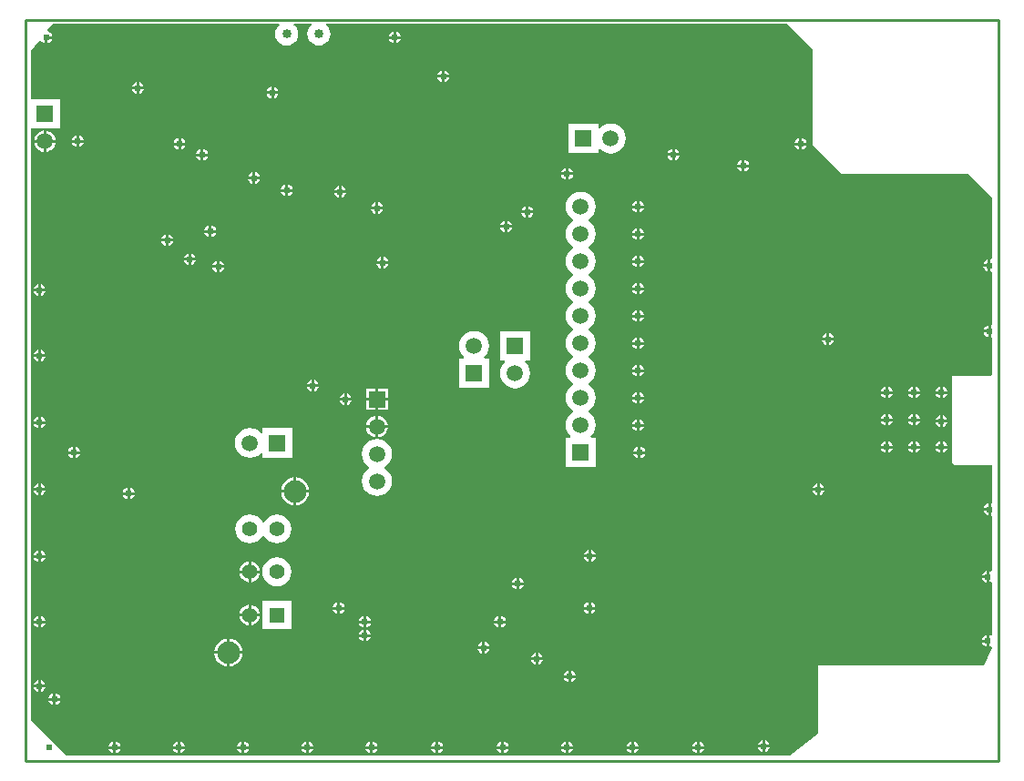
<source format=gbl>
G04 Layer_Physical_Order=2*
G04 Layer_Color=16711680*
%FSLAX25Y25*%
%MOIN*%
G70*
G01*
G75*
%ADD34C,0.01000*%
%ADD37R,0.05905X0.05905*%
%ADD38C,0.05905*%
%ADD39R,0.05905X0.05905*%
%ADD40C,0.03347*%
%ADD41C,0.05543*%
%ADD42R,0.05543X0.05543*%
%ADD43C,0.08268*%
%ADD44C,0.02400*%
G36*
X288000Y260500D02*
Y225500D01*
X298500Y215000D01*
X345000D01*
X353500Y206500D01*
Y184033D01*
X353000Y183644D01*
Y181500D01*
Y179356D01*
X353500Y178967D01*
Y159825D01*
X353142Y159531D01*
Y157358D01*
Y155186D01*
X353500Y154892D01*
Y141500D01*
X353000Y141000D01*
X339000D01*
Y113000D01*
Y109500D01*
X340000Y108500D01*
X353500D01*
Y94608D01*
X353142Y94314D01*
Y92142D01*
Y89969D01*
X353500Y89675D01*
Y69674D01*
X353059Y69438D01*
X352858Y69572D01*
X352500Y69644D01*
Y67500D01*
Y65356D01*
X352858Y65428D01*
X353059Y65562D01*
X353500Y65326D01*
Y46174D01*
X353059Y45938D01*
X352858Y46072D01*
X352500Y46144D01*
Y44000D01*
Y41856D01*
X352858Y41928D01*
X353059Y42062D01*
X353500Y41826D01*
Y41500D01*
X350500Y35000D01*
X290000D01*
Y10000D01*
X279500Y2000D01*
X15000D01*
X2000Y15000D01*
Y231547D01*
X12453D01*
Y242453D01*
X2000D01*
Y260000D01*
X5048Y263810D01*
X5667Y263783D01*
X5914Y263414D01*
X6642Y262928D01*
X7000Y262856D01*
Y265000D01*
X7500D01*
Y265500D01*
X9644D01*
X9572Y265858D01*
X9086Y266586D01*
X8358Y267072D01*
X8226Y267099D01*
X8055Y267568D01*
X10000Y270000D01*
X92665D01*
X92835Y269500D01*
X92461Y269213D01*
X91792Y268341D01*
X91371Y267326D01*
X91228Y266236D01*
X91371Y265147D01*
X91792Y264132D01*
X92461Y263260D01*
X93332Y262591D01*
X94348Y262170D01*
X95437Y262027D01*
X96526Y262170D01*
X97542Y262591D01*
X98413Y263260D01*
X99082Y264132D01*
X99503Y265147D01*
X99646Y266236D01*
X99503Y267326D01*
X99082Y268341D01*
X98413Y269213D01*
X98039Y269500D01*
X98209Y270000D01*
X104476D01*
X104646Y269500D01*
X104272Y269213D01*
X103603Y268341D01*
X103182Y267326D01*
X103039Y266236D01*
X103182Y265147D01*
X103603Y264132D01*
X104272Y263260D01*
X105143Y262591D01*
X106159Y262170D01*
X107248Y262027D01*
X108337Y262170D01*
X109353Y262591D01*
X110224Y263260D01*
X110893Y264132D01*
X111314Y265147D01*
X111457Y266236D01*
X111314Y267326D01*
X110893Y268341D01*
X110224Y269213D01*
X109850Y269500D01*
X110020Y270000D01*
X278500D01*
X288000Y260500D01*
D02*
G37*
%LPC*%
G36*
X206846Y77297D02*
Y75653D01*
X208490D01*
X208419Y76012D01*
X207933Y76740D01*
X207205Y77226D01*
X206846Y77297D01*
D02*
G37*
G36*
X205847D02*
X205488Y77226D01*
X204760Y76740D01*
X204274Y76012D01*
X204203Y75653D01*
X205847D01*
Y77297D01*
D02*
G37*
G36*
X91843Y90313D02*
X90466Y90132D01*
X89184Y89601D01*
X88083Y88756D01*
X87238Y87655D01*
X87171Y87494D01*
X86671D01*
X86605Y87655D01*
X85760Y88756D01*
X84659Y89601D01*
X83376Y90132D01*
X82000Y90313D01*
X80624Y90132D01*
X79341Y89601D01*
X78240Y88756D01*
X77395Y87655D01*
X76864Y86372D01*
X76683Y84996D01*
X76864Y83620D01*
X77395Y82337D01*
X78240Y81236D01*
X79341Y80391D01*
X80624Y79860D01*
X82000Y79679D01*
X83376Y79860D01*
X84659Y80391D01*
X85760Y81236D01*
X86605Y82337D01*
X86671Y82498D01*
X87171D01*
X87238Y82337D01*
X88083Y81236D01*
X89184Y80391D01*
X90466Y79860D01*
X91843Y79679D01*
X93219Y79860D01*
X94501Y80391D01*
X95602Y81236D01*
X96447Y82337D01*
X96978Y83620D01*
X97160Y84996D01*
X96978Y86372D01*
X96447Y87655D01*
X95602Y88756D01*
X94501Y89601D01*
X93219Y90132D01*
X91843Y90313D01*
D02*
G37*
G36*
X352142Y94285D02*
X351783Y94214D01*
X351056Y93728D01*
X350569Y93000D01*
X350498Y92642D01*
X352142D01*
Y94285D01*
D02*
G37*
G36*
Y91642D02*
X350498D01*
X350569Y91283D01*
X351056Y90556D01*
X351783Y90069D01*
X352142Y89998D01*
Y91642D01*
D02*
G37*
G36*
X5500Y77144D02*
Y75500D01*
X7144D01*
X7072Y75858D01*
X6586Y76586D01*
X5858Y77072D01*
X5500Y77144D01*
D02*
G37*
G36*
X205847Y74654D02*
X204203D01*
X204274Y74295D01*
X204760Y73567D01*
X205488Y73081D01*
X205847Y73010D01*
Y74654D01*
D02*
G37*
G36*
X7144Y74500D02*
X5500D01*
Y72856D01*
X5858Y72928D01*
X6586Y73414D01*
X7072Y74142D01*
X7144Y74500D01*
D02*
G37*
G36*
X208490Y74654D02*
X206846D01*
Y73010D01*
X207205Y73081D01*
X207933Y73567D01*
X208419Y74295D01*
X208490Y74654D01*
D02*
G37*
G36*
X4500Y74500D02*
X2856D01*
X2928Y74142D01*
X3414Y73414D01*
X4142Y72928D01*
X4500Y72856D01*
Y74500D01*
D02*
G37*
G36*
Y77144D02*
X4142Y77072D01*
X3414Y76586D01*
X2928Y75858D01*
X2856Y75500D01*
X4500D01*
Y77144D01*
D02*
G37*
G36*
X289500Y99000D02*
X287856D01*
X287928Y98642D01*
X288414Y97914D01*
X289142Y97428D01*
X289500Y97356D01*
Y99000D01*
D02*
G37*
G36*
X7144D02*
X5500D01*
Y97356D01*
X5858Y97428D01*
X6586Y97914D01*
X7072Y98642D01*
X7144Y99000D01*
D02*
G37*
G36*
X292144D02*
X290500D01*
Y97356D01*
X290858Y97428D01*
X291586Y97914D01*
X292072Y98642D01*
X292144Y99000D01*
D02*
G37*
G36*
X38098Y100144D02*
Y98500D01*
X39742D01*
X39671Y98858D01*
X39185Y99586D01*
X38457Y100072D01*
X38098Y100144D01*
D02*
G37*
G36*
X37099D02*
X36740Y100072D01*
X36012Y99586D01*
X35526Y98858D01*
X35455Y98500D01*
X37099D01*
Y100144D01*
D02*
G37*
G36*
X4500Y99000D02*
X2856D01*
X2928Y98642D01*
X3414Y97914D01*
X4142Y97428D01*
X4500Y97356D01*
Y99000D01*
D02*
G37*
G36*
X103648Y98276D02*
X99035D01*
Y93663D01*
X99876Y93774D01*
X101125Y94291D01*
X102197Y95114D01*
X103020Y96187D01*
X103537Y97435D01*
X103648Y98276D01*
D02*
G37*
G36*
X98035D02*
X93423D01*
X93534Y97435D01*
X94051Y96187D01*
X94874Y95114D01*
X95946Y94291D01*
X97195Y93774D01*
X98035Y93663D01*
Y98276D01*
D02*
G37*
G36*
X37099Y97500D02*
X35455D01*
X35526Y97142D01*
X36012Y96414D01*
X36740Y95928D01*
X37099Y95856D01*
Y97500D01*
D02*
G37*
G36*
X128500Y118000D02*
X127076Y117812D01*
X125750Y117263D01*
X124611Y116389D01*
X123737Y115250D01*
X123188Y113924D01*
X123000Y112500D01*
X123188Y111076D01*
X123737Y109750D01*
X124611Y108611D01*
X125693Y107781D01*
X125724Y107500D01*
X125693Y107219D01*
X124611Y106389D01*
X123737Y105250D01*
X123188Y103923D01*
X123000Y102500D01*
X123188Y101076D01*
X123737Y99750D01*
X124611Y98611D01*
X125750Y97737D01*
X127076Y97188D01*
X128500Y97000D01*
X129923Y97188D01*
X131250Y97737D01*
X132389Y98611D01*
X133263Y99750D01*
X133812Y101076D01*
X134000Y102500D01*
X133812Y103923D01*
X133263Y105250D01*
X132389Y106389D01*
X131307Y107219D01*
X131276Y107500D01*
X131307Y107781D01*
X132389Y108611D01*
X133263Y109750D01*
X133812Y111076D01*
X134000Y112500D01*
X133812Y113924D01*
X133263Y115250D01*
X132389Y116389D01*
X131250Y117263D01*
X129923Y117812D01*
X128500Y118000D01*
D02*
G37*
G36*
X39742Y97500D02*
X38098D01*
Y95856D01*
X38457Y95928D01*
X39185Y96414D01*
X39671Y97142D01*
X39742Y97500D01*
D02*
G37*
G36*
X114000Y58144D02*
X113642Y58072D01*
X112914Y57586D01*
X112428Y56858D01*
X112356Y56500D01*
X114000D01*
Y58144D01*
D02*
G37*
G36*
X82500Y57238D02*
Y54000D01*
X85738D01*
X85675Y54485D01*
X85295Y55402D01*
X84690Y56190D01*
X83902Y56795D01*
X82985Y57175D01*
X82500Y57238D01*
D02*
G37*
G36*
X115000Y58144D02*
Y56500D01*
X116644D01*
X116572Y56858D01*
X116086Y57586D01*
X115358Y58072D01*
X115000Y58144D01*
D02*
G37*
G36*
X206744D02*
Y56500D01*
X208388D01*
X208316Y56858D01*
X207830Y57586D01*
X207102Y58072D01*
X206744Y58144D01*
D02*
G37*
G36*
X205744D02*
X205386Y58072D01*
X204658Y57586D01*
X204172Y56858D01*
X204100Y56500D01*
X205744D01*
Y58144D01*
D02*
G37*
G36*
X81500Y57238D02*
X81015Y57175D01*
X80098Y56795D01*
X79310Y56190D01*
X78706Y55402D01*
X78325Y54485D01*
X78262Y54000D01*
X81500D01*
Y57238D01*
D02*
G37*
G36*
X114000Y55500D02*
X112356D01*
X112428Y55142D01*
X112914Y54414D01*
X113642Y53928D01*
X114000Y53856D01*
Y55500D01*
D02*
G37*
G36*
X124512Y53155D02*
Y51512D01*
X126155D01*
X126084Y51870D01*
X125598Y52598D01*
X124870Y53084D01*
X124512Y53155D01*
D02*
G37*
G36*
X116644Y55500D02*
X115000D01*
Y53856D01*
X115358Y53928D01*
X116086Y54414D01*
X116572Y55142D01*
X116644Y55500D01*
D02*
G37*
G36*
X208388D02*
X206744D01*
Y53856D01*
X207102Y53928D01*
X207830Y54414D01*
X208316Y55142D01*
X208388Y55500D01*
D02*
G37*
G36*
X205744D02*
X204100D01*
X204172Y55142D01*
X204658Y54414D01*
X205386Y53928D01*
X205744Y53856D01*
Y55500D01*
D02*
G37*
G36*
X85738Y68748D02*
X82500D01*
Y65510D01*
X82985Y65574D01*
X83902Y65953D01*
X84690Y66558D01*
X85295Y67346D01*
X85675Y68263D01*
X85738Y68748D01*
D02*
G37*
G36*
X81500D02*
X78262D01*
X78325Y68263D01*
X78706Y67346D01*
X79310Y66558D01*
X80098Y65953D01*
X81015Y65574D01*
X81500Y65510D01*
Y68748D01*
D02*
G37*
G36*
X351500Y69644D02*
X351142Y69572D01*
X350414Y69086D01*
X349928Y68358D01*
X349856Y68000D01*
X351500D01*
Y69644D01*
D02*
G37*
G36*
X82500Y72986D02*
Y69748D01*
X85738D01*
X85675Y70233D01*
X85295Y71150D01*
X84690Y71938D01*
X83902Y72543D01*
X82985Y72923D01*
X82500Y72986D01*
D02*
G37*
G36*
X81500D02*
X81015Y72923D01*
X80098Y72543D01*
X79310Y71938D01*
X78706Y71150D01*
X78325Y70233D01*
X78262Y69748D01*
X81500D01*
Y72986D01*
D02*
G37*
G36*
X180500Y67144D02*
Y65500D01*
X182144D01*
X182072Y65858D01*
X181586Y66586D01*
X180858Y67072D01*
X180500Y67144D01*
D02*
G37*
G36*
X182144Y64500D02*
X180500D01*
Y62856D01*
X180858Y62928D01*
X181586Y63414D01*
X182072Y64142D01*
X182144Y64500D01*
D02*
G37*
G36*
X179500D02*
X177856D01*
X177928Y64142D01*
X178414Y63414D01*
X179142Y62928D01*
X179500Y62856D01*
Y64500D01*
D02*
G37*
G36*
X91843Y74565D02*
X90466Y74384D01*
X89184Y73853D01*
X88083Y73008D01*
X87238Y71907D01*
X86707Y70624D01*
X86525Y69248D01*
X86707Y67872D01*
X87238Y66589D01*
X88083Y65488D01*
X89184Y64643D01*
X90466Y64112D01*
X91843Y63931D01*
X93219Y64112D01*
X94501Y64643D01*
X95602Y65488D01*
X96447Y66589D01*
X96978Y67872D01*
X97160Y69248D01*
X96978Y70624D01*
X96447Y71907D01*
X95602Y73008D01*
X94501Y73853D01*
X93219Y74384D01*
X91843Y74565D01*
D02*
G37*
G36*
X179500Y67144D02*
X179142Y67072D01*
X178414Y66586D01*
X177928Y65858D01*
X177856Y65500D01*
X179500D01*
Y67144D01*
D02*
G37*
G36*
X351500Y67000D02*
X349856D01*
X349928Y66642D01*
X350414Y65914D01*
X351142Y65428D01*
X351500Y65356D01*
Y67000D01*
D02*
G37*
G36*
X132421Y122000D02*
X129000D01*
Y118579D01*
X129532Y118649D01*
X130493Y119047D01*
X131319Y119681D01*
X131953Y120507D01*
X132351Y121468D01*
X132421Y122000D01*
D02*
G37*
G36*
X128000D02*
X124579D01*
X124649Y121468D01*
X125047Y120507D01*
X125681Y119681D01*
X126507Y119047D01*
X127468Y118649D01*
X128000Y118579D01*
Y122000D01*
D02*
G37*
G36*
X223500Y122500D02*
X221856D01*
X221928Y122142D01*
X222414Y121414D01*
X223142Y120928D01*
X223500Y120856D01*
Y122500D01*
D02*
G37*
G36*
X4500Y123500D02*
X2856D01*
X2928Y123142D01*
X3414Y122414D01*
X4142Y121928D01*
X4500Y121856D01*
Y123500D01*
D02*
G37*
G36*
X226144Y122500D02*
X224500D01*
Y120856D01*
X224858Y120928D01*
X225586Y121414D01*
X226072Y122142D01*
X226144Y122500D01*
D02*
G37*
G36*
X335500Y117144D02*
Y115500D01*
X337144D01*
X337072Y115858D01*
X336586Y116586D01*
X335858Y117072D01*
X335500Y117144D01*
D02*
G37*
G36*
X315500D02*
Y115500D01*
X317144D01*
X317072Y115858D01*
X316586Y116586D01*
X315858Y117072D01*
X315500Y117144D01*
D02*
G37*
G36*
X314500D02*
X314142Y117072D01*
X313414Y116586D01*
X312928Y115858D01*
X312856Y115500D01*
X314500D01*
Y117144D01*
D02*
G37*
G36*
X324500D02*
X324142Y117072D01*
X323414Y116586D01*
X322928Y115858D01*
X322856Y115500D01*
X324500D01*
Y117144D01*
D02*
G37*
G36*
X334500D02*
X334142Y117072D01*
X333414Y116586D01*
X332928Y115858D01*
X332856Y115500D01*
X334500D01*
Y117144D01*
D02*
G37*
G36*
X325500D02*
Y115500D01*
X327144D01*
X327072Y115858D01*
X326586Y116586D01*
X325858Y117072D01*
X325500Y117144D01*
D02*
G37*
G36*
X128000Y126421D02*
X127468Y126351D01*
X126507Y125953D01*
X125681Y125319D01*
X125047Y124493D01*
X124649Y123532D01*
X124579Y123000D01*
X128000D01*
Y126421D01*
D02*
G37*
G36*
X327144Y124500D02*
X325500D01*
Y122856D01*
X325858Y122928D01*
X326586Y123414D01*
X327072Y124142D01*
X327144Y124500D01*
D02*
G37*
G36*
X129000Y126421D02*
Y123000D01*
X132421D01*
X132351Y123532D01*
X131953Y124493D01*
X131319Y125319D01*
X130493Y125953D01*
X129532Y126351D01*
X129000Y126421D01*
D02*
G37*
G36*
X224500Y125144D02*
Y123500D01*
X226144D01*
X226072Y123858D01*
X225586Y124586D01*
X224858Y125072D01*
X224500Y125144D01*
D02*
G37*
G36*
X223500D02*
X223142Y125072D01*
X222414Y124586D01*
X221928Y123858D01*
X221856Y123500D01*
X223500D01*
Y125144D01*
D02*
G37*
G36*
X324500Y124500D02*
X322856D01*
X322928Y124142D01*
X323414Y123414D01*
X324142Y122928D01*
X324500Y122856D01*
Y124500D01*
D02*
G37*
G36*
X334500Y124000D02*
X332856D01*
X332928Y123642D01*
X333414Y122914D01*
X334142Y122428D01*
X334500Y122356D01*
Y124000D01*
D02*
G37*
G36*
X7144Y123500D02*
X5500D01*
Y121856D01*
X5858Y121928D01*
X6586Y122414D01*
X7072Y123142D01*
X7144Y123500D01*
D02*
G37*
G36*
X337144Y124000D02*
X335500D01*
Y122356D01*
X335858Y122428D01*
X336586Y122914D01*
X337072Y123642D01*
X337144Y124000D01*
D02*
G37*
G36*
X317144Y124500D02*
X315500D01*
Y122856D01*
X315858Y122928D01*
X316586Y123414D01*
X317072Y124142D01*
X317144Y124500D01*
D02*
G37*
G36*
X314500D02*
X312856D01*
X312928Y124142D01*
X313414Y123414D01*
X314142Y122928D01*
X314500Y122856D01*
Y124500D01*
D02*
G37*
G36*
X224000Y112500D02*
X222356D01*
X222428Y112142D01*
X222914Y111414D01*
X223642Y110928D01*
X224000Y110856D01*
Y112500D01*
D02*
G37*
G36*
X203000Y208500D02*
X201576Y208312D01*
X200250Y207763D01*
X199111Y206889D01*
X198237Y205750D01*
X197688Y204423D01*
X197500Y203000D01*
X197688Y201576D01*
X198237Y200250D01*
X199111Y199111D01*
X200193Y198281D01*
X200224Y198000D01*
X200193Y197719D01*
X199111Y196889D01*
X198237Y195750D01*
X197688Y194423D01*
X197500Y193000D01*
X197688Y191577D01*
X198237Y190250D01*
X199111Y189111D01*
X200193Y188281D01*
X200224Y188000D01*
X200193Y187719D01*
X199111Y186889D01*
X198237Y185750D01*
X197688Y184423D01*
X197500Y183000D01*
X197688Y181577D01*
X198237Y180250D01*
X199111Y179111D01*
X200193Y178281D01*
X200224Y178000D01*
X200193Y177719D01*
X199111Y176889D01*
X198237Y175750D01*
X197688Y174424D01*
X197500Y173000D01*
X197688Y171576D01*
X198237Y170250D01*
X199111Y169111D01*
X200193Y168281D01*
X200224Y168000D01*
X200193Y167719D01*
X199111Y166889D01*
X198237Y165750D01*
X197688Y164424D01*
X197500Y163000D01*
X197688Y161576D01*
X198237Y160250D01*
X199111Y159111D01*
X200193Y158281D01*
X200224Y158000D01*
X200193Y157719D01*
X199111Y156889D01*
X198237Y155750D01*
X197688Y154423D01*
X197500Y153000D01*
X197688Y151576D01*
X198237Y150250D01*
X199111Y149111D01*
X200193Y148281D01*
X200224Y148000D01*
X200193Y147719D01*
X199111Y146889D01*
X198237Y145750D01*
X197688Y144423D01*
X197500Y143000D01*
X197688Y141577D01*
X198237Y140250D01*
X199111Y139111D01*
X200193Y138281D01*
X200224Y138000D01*
X200193Y137719D01*
X199111Y136889D01*
X198237Y135750D01*
X197688Y134423D01*
X197500Y133000D01*
X197688Y131577D01*
X198237Y130250D01*
X199111Y129111D01*
X200193Y128281D01*
X200224Y128000D01*
X200193Y127719D01*
X199111Y126889D01*
X198237Y125750D01*
X197688Y124424D01*
X197500Y123000D01*
X197688Y121576D01*
X198237Y120250D01*
X199111Y119111D01*
X199352Y118926D01*
X199191Y118453D01*
X197547D01*
Y107547D01*
X208453D01*
Y118453D01*
X206809D01*
X206648Y118926D01*
X206889Y119111D01*
X207763Y120250D01*
X208312Y121576D01*
X208500Y123000D01*
X208312Y124424D01*
X207763Y125750D01*
X206889Y126889D01*
X205807Y127719D01*
X205776Y128000D01*
X205807Y128281D01*
X206889Y129111D01*
X207763Y130250D01*
X208312Y131577D01*
X208500Y133000D01*
X208312Y134423D01*
X207763Y135750D01*
X206889Y136889D01*
X205807Y137719D01*
X205776Y138000D01*
X205807Y138281D01*
X206889Y139111D01*
X207763Y140250D01*
X208312Y141577D01*
X208500Y143000D01*
X208312Y144423D01*
X207763Y145750D01*
X206889Y146889D01*
X205807Y147719D01*
X205776Y148000D01*
X205807Y148281D01*
X206889Y149111D01*
X207763Y150250D01*
X208312Y151576D01*
X208500Y153000D01*
X208312Y154423D01*
X207763Y155750D01*
X206889Y156889D01*
X205807Y157719D01*
X205776Y158000D01*
X205807Y158281D01*
X206889Y159111D01*
X207763Y160250D01*
X208312Y161576D01*
X208500Y163000D01*
X208312Y164424D01*
X207763Y165750D01*
X206889Y166889D01*
X205807Y167719D01*
X205776Y168000D01*
X205807Y168281D01*
X206889Y169111D01*
X207763Y170250D01*
X208312Y171576D01*
X208500Y173000D01*
X208312Y174424D01*
X207763Y175750D01*
X206889Y176889D01*
X205807Y177719D01*
X205776Y178000D01*
X205807Y178281D01*
X206889Y179111D01*
X207763Y180250D01*
X208312Y181577D01*
X208500Y183000D01*
X208312Y184423D01*
X207763Y185750D01*
X206889Y186889D01*
X205807Y187719D01*
X205776Y188000D01*
X205807Y188281D01*
X206889Y189111D01*
X207763Y190250D01*
X208312Y191577D01*
X208500Y193000D01*
X208312Y194423D01*
X207763Y195750D01*
X206889Y196889D01*
X205807Y197719D01*
X205776Y198000D01*
X205807Y198281D01*
X206889Y199111D01*
X207763Y200250D01*
X208312Y201576D01*
X208500Y203000D01*
X208312Y204423D01*
X207763Y205750D01*
X206889Y206889D01*
X205750Y207763D01*
X204423Y208312D01*
X203000Y208500D01*
D02*
G37*
G36*
X226644Y112500D02*
X225000D01*
Y110856D01*
X225358Y110928D01*
X226086Y111414D01*
X226572Y112142D01*
X226644Y112500D01*
D02*
G37*
G36*
X19746Y112516D02*
X18102D01*
Y110872D01*
X18461Y110943D01*
X19189Y111430D01*
X19675Y112157D01*
X19746Y112516D01*
D02*
G37*
G36*
X17102D02*
X15459D01*
X15530Y112157D01*
X16016Y111430D01*
X16744Y110943D01*
X17102Y110872D01*
Y112516D01*
D02*
G37*
G36*
X290500Y101644D02*
Y100000D01*
X292144D01*
X292072Y100358D01*
X291586Y101086D01*
X290858Y101572D01*
X290500Y101644D01*
D02*
G37*
G36*
X99035Y103888D02*
Y99276D01*
X103648D01*
X103537Y100116D01*
X103020Y101365D01*
X102197Y102437D01*
X101125Y103260D01*
X99876Y103777D01*
X99035Y103888D01*
D02*
G37*
G36*
X98035D02*
X97195Y103777D01*
X95946Y103260D01*
X94874Y102437D01*
X94051Y101365D01*
X93534Y100116D01*
X93423Y99276D01*
X98035D01*
Y103888D01*
D02*
G37*
G36*
X4500Y101644D02*
X4142Y101572D01*
X3414Y101086D01*
X2928Y100358D01*
X2856Y100000D01*
X4500D01*
Y101644D01*
D02*
G37*
G36*
X289500D02*
X289142Y101572D01*
X288414Y101086D01*
X287928Y100358D01*
X287856Y100000D01*
X289500D01*
Y101644D01*
D02*
G37*
G36*
X5500D02*
Y100000D01*
X7144D01*
X7072Y100358D01*
X6586Y101086D01*
X5858Y101572D01*
X5500Y101644D01*
D02*
G37*
G36*
X224000Y115144D02*
X223642Y115072D01*
X222914Y114586D01*
X222428Y113858D01*
X222356Y113500D01*
X224000D01*
Y115144D01*
D02*
G37*
G36*
X337144Y114500D02*
X335500D01*
Y112856D01*
X335858Y112928D01*
X336586Y113414D01*
X337072Y114142D01*
X337144Y114500D01*
D02*
G37*
G36*
X225000Y115144D02*
Y113500D01*
X226644D01*
X226572Y113858D01*
X226086Y114586D01*
X225358Y115072D01*
X225000Y115144D01*
D02*
G37*
G36*
X18102Y115159D02*
Y113516D01*
X19746D01*
X19675Y113874D01*
X19189Y114602D01*
X18461Y115088D01*
X18102Y115159D01*
D02*
G37*
G36*
X17102D02*
X16744Y115088D01*
X16016Y114602D01*
X15530Y113874D01*
X15459Y113516D01*
X17102D01*
Y115159D01*
D02*
G37*
G36*
X334500Y114500D02*
X332856D01*
X332928Y114142D01*
X333414Y113414D01*
X334142Y112928D01*
X334500Y112856D01*
Y114500D01*
D02*
G37*
G36*
X314500D02*
X312856D01*
X312928Y114142D01*
X313414Y113414D01*
X314142Y112928D01*
X314500Y112856D01*
Y114500D01*
D02*
G37*
G36*
X82000Y122000D02*
X80576Y121812D01*
X79250Y121263D01*
X78111Y120389D01*
X77237Y119250D01*
X76688Y117923D01*
X76500Y116500D01*
X76688Y115076D01*
X77237Y113750D01*
X78111Y112611D01*
X79250Y111737D01*
X80576Y111188D01*
X82000Y111000D01*
X83424Y111188D01*
X84750Y111737D01*
X85889Y112611D01*
X86074Y112852D01*
X86547Y112691D01*
Y111047D01*
X97453D01*
Y121953D01*
X86547D01*
Y120309D01*
X86074Y120148D01*
X85889Y120389D01*
X84750Y121263D01*
X83424Y121812D01*
X82000Y122000D01*
D02*
G37*
G36*
X317144Y114500D02*
X315500D01*
Y112856D01*
X315858Y112928D01*
X316586Y113414D01*
X317072Y114142D01*
X317144Y114500D01*
D02*
G37*
G36*
X327144D02*
X325500D01*
Y112856D01*
X325858Y112928D01*
X326586Y113414D01*
X327072Y114142D01*
X327144Y114500D01*
D02*
G37*
G36*
X324500D02*
X322856D01*
X322928Y114142D01*
X323414Y113414D01*
X324142Y112928D01*
X324500Y112856D01*
Y114500D01*
D02*
G37*
G36*
X103500Y7144D02*
Y5500D01*
X105144D01*
X105072Y5858D01*
X104586Y6586D01*
X103858Y7072D01*
X103500Y7144D01*
D02*
G37*
G36*
X102500D02*
X102142Y7072D01*
X101414Y6586D01*
X100928Y5858D01*
X100856Y5500D01*
X102500D01*
Y7144D01*
D02*
G37*
G36*
X126000D02*
X125642Y7072D01*
X124914Y6586D01*
X124428Y5858D01*
X124356Y5500D01*
X126000D01*
Y7144D01*
D02*
G37*
G36*
X150000D02*
X149642Y7072D01*
X148914Y6586D01*
X148428Y5858D01*
X148356Y5500D01*
X150000D01*
Y7144D01*
D02*
G37*
G36*
X127000D02*
Y5500D01*
X128644D01*
X128572Y5858D01*
X128086Y6586D01*
X127358Y7072D01*
X127000Y7144D01*
D02*
G37*
G36*
X80000D02*
Y5500D01*
X81644D01*
X81572Y5858D01*
X81086Y6586D01*
X80358Y7072D01*
X80000Y7144D01*
D02*
G37*
G36*
X33000D02*
Y5500D01*
X34644D01*
X34572Y5858D01*
X34086Y6586D01*
X33358Y7072D01*
X33000Y7144D01*
D02*
G37*
G36*
X32000D02*
X31642Y7072D01*
X30914Y6586D01*
X30428Y5858D01*
X30356Y5500D01*
X32000D01*
Y7144D01*
D02*
G37*
G36*
X55500D02*
X55142Y7072D01*
X54414Y6586D01*
X53928Y5858D01*
X53856Y5500D01*
X55500D01*
Y7144D01*
D02*
G37*
G36*
X79000D02*
X78642Y7072D01*
X77914Y6586D01*
X77428Y5858D01*
X77356Y5500D01*
X79000D01*
Y7144D01*
D02*
G37*
G36*
X56500D02*
Y5500D01*
X58144D01*
X58072Y5858D01*
X57586Y6586D01*
X56858Y7072D01*
X56500Y7144D01*
D02*
G37*
G36*
X245500D02*
X245142Y7072D01*
X244414Y6586D01*
X243928Y5858D01*
X243856Y5500D01*
X245500D01*
Y7144D01*
D02*
G37*
G36*
X222500D02*
Y5500D01*
X224144D01*
X224072Y5858D01*
X223586Y6586D01*
X222858Y7072D01*
X222500Y7144D01*
D02*
G37*
G36*
X246500D02*
Y5500D01*
X248144D01*
X248072Y5858D01*
X247586Y6586D01*
X246858Y7072D01*
X246500Y7144D01*
D02*
G37*
G36*
X270500Y7644D02*
Y6000D01*
X272144D01*
X272072Y6358D01*
X271586Y7086D01*
X270858Y7572D01*
X270500Y7644D01*
D02*
G37*
G36*
X269500D02*
X269142Y7572D01*
X268414Y7086D01*
X267928Y6358D01*
X267856Y6000D01*
X269500D01*
Y7644D01*
D02*
G37*
G36*
X221500Y7144D02*
X221142Y7072D01*
X220414Y6586D01*
X219928Y5858D01*
X219856Y5500D01*
X221500D01*
Y7144D01*
D02*
G37*
G36*
X174000D02*
X173642Y7072D01*
X172914Y6586D01*
X172428Y5858D01*
X172356Y5500D01*
X174000D01*
Y7144D01*
D02*
G37*
G36*
X151000D02*
Y5500D01*
X152644D01*
X152572Y5858D01*
X152086Y6586D01*
X151358Y7072D01*
X151000Y7144D01*
D02*
G37*
G36*
X175000D02*
Y5500D01*
X176644D01*
X176572Y5858D01*
X176086Y6586D01*
X175358Y7072D01*
X175000Y7144D01*
D02*
G37*
G36*
X198500D02*
Y5500D01*
X200144D01*
X200072Y5858D01*
X199586Y6586D01*
X198858Y7072D01*
X198500Y7144D01*
D02*
G37*
G36*
X197500D02*
X197142Y7072D01*
X196414Y6586D01*
X195928Y5858D01*
X195856Y5500D01*
X197500D01*
Y7144D01*
D02*
G37*
G36*
X105144Y4500D02*
X103500D01*
Y2856D01*
X103858Y2928D01*
X104586Y3414D01*
X105072Y4142D01*
X105144Y4500D01*
D02*
G37*
G36*
X102500D02*
X100856D01*
X100928Y4142D01*
X101414Y3414D01*
X102142Y2928D01*
X102500Y2856D01*
Y4500D01*
D02*
G37*
G36*
X126000D02*
X124356D01*
X124428Y4142D01*
X124914Y3414D01*
X125642Y2928D01*
X126000Y2856D01*
Y4500D01*
D02*
G37*
G36*
X150000D02*
X148356D01*
X148428Y4142D01*
X148914Y3414D01*
X149642Y2928D01*
X150000Y2856D01*
Y4500D01*
D02*
G37*
G36*
X128644D02*
X127000D01*
Y2856D01*
X127358Y2928D01*
X128086Y3414D01*
X128572Y4142D01*
X128644Y4500D01*
D02*
G37*
G36*
X81644D02*
X80000D01*
Y2856D01*
X80358Y2928D01*
X81086Y3414D01*
X81572Y4142D01*
X81644Y4500D01*
D02*
G37*
G36*
X34644D02*
X33000D01*
Y2856D01*
X33358Y2928D01*
X34086Y3414D01*
X34572Y4142D01*
X34644Y4500D01*
D02*
G37*
G36*
X32000D02*
X30356D01*
X30428Y4142D01*
X30914Y3414D01*
X31642Y2928D01*
X32000Y2856D01*
Y4500D01*
D02*
G37*
G36*
X55500D02*
X53856D01*
X53928Y4142D01*
X54414Y3414D01*
X55142Y2928D01*
X55500Y2856D01*
Y4500D01*
D02*
G37*
G36*
X79000D02*
X77356D01*
X77428Y4142D01*
X77914Y3414D01*
X78642Y2928D01*
X79000Y2856D01*
Y4500D01*
D02*
G37*
G36*
X58144D02*
X56500D01*
Y2856D01*
X56858Y2928D01*
X57586Y3414D01*
X58072Y4142D01*
X58144Y4500D01*
D02*
G37*
G36*
X245500D02*
X243856D01*
X243928Y4142D01*
X244414Y3414D01*
X245142Y2928D01*
X245500Y2856D01*
Y4500D01*
D02*
G37*
G36*
X224144D02*
X222500D01*
Y2856D01*
X222858Y2928D01*
X223586Y3414D01*
X224072Y4142D01*
X224144Y4500D01*
D02*
G37*
G36*
X248144D02*
X246500D01*
Y2856D01*
X246858Y2928D01*
X247586Y3414D01*
X248072Y4142D01*
X248144Y4500D01*
D02*
G37*
G36*
X272144Y5000D02*
X270500D01*
Y3356D01*
X270858Y3428D01*
X271586Y3914D01*
X272072Y4642D01*
X272144Y5000D01*
D02*
G37*
G36*
X269500D02*
X267856D01*
X267928Y4642D01*
X268414Y3914D01*
X269142Y3428D01*
X269500Y3356D01*
Y5000D01*
D02*
G37*
G36*
X221500Y4500D02*
X219856D01*
X219928Y4142D01*
X220414Y3414D01*
X221142Y2928D01*
X221500Y2856D01*
Y4500D01*
D02*
G37*
G36*
X174000D02*
X172356D01*
X172428Y4142D01*
X172914Y3414D01*
X173642Y2928D01*
X174000Y2856D01*
Y4500D01*
D02*
G37*
G36*
X152644D02*
X151000D01*
Y2856D01*
X151358Y2928D01*
X152086Y3414D01*
X152572Y4142D01*
X152644Y4500D01*
D02*
G37*
G36*
X176644D02*
X175000D01*
Y2856D01*
X175358Y2928D01*
X176086Y3414D01*
X176572Y4142D01*
X176644Y4500D01*
D02*
G37*
G36*
X200144D02*
X198500D01*
Y2856D01*
X198858Y2928D01*
X199586Y3414D01*
X200072Y4142D01*
X200144Y4500D01*
D02*
G37*
G36*
X197500D02*
X195856D01*
X195928Y4142D01*
X196414Y3414D01*
X197142Y2928D01*
X197500Y2856D01*
Y4500D01*
D02*
G37*
G36*
X124500Y48155D02*
Y46512D01*
X126144D01*
X126072Y46870D01*
X125586Y47598D01*
X124858Y48084D01*
X124500Y48155D01*
D02*
G37*
G36*
X123500D02*
X123142Y48084D01*
X122414Y47598D01*
X121928Y46870D01*
X121856Y46512D01*
X123500D01*
Y48155D01*
D02*
G37*
G36*
X97114Y58772D02*
X86571D01*
Y48228D01*
X97114D01*
Y58772D01*
D02*
G37*
G36*
X7144Y50500D02*
X5500D01*
Y48856D01*
X5858Y48928D01*
X6586Y49414D01*
X7072Y50142D01*
X7144Y50500D01*
D02*
G37*
G36*
X4500D02*
X2856D01*
X2928Y50142D01*
X3414Y49414D01*
X4142Y48928D01*
X4500Y48856D01*
Y50500D01*
D02*
G37*
G36*
X351500Y46144D02*
X351142Y46072D01*
X350414Y45586D01*
X349928Y44858D01*
X349856Y44500D01*
X351500D01*
Y46144D01*
D02*
G37*
G36*
X167000Y43655D02*
X166642Y43584D01*
X165914Y43098D01*
X165428Y42370D01*
X165356Y42011D01*
X167000D01*
Y43655D01*
D02*
G37*
G36*
X351500Y43500D02*
X349856D01*
X349928Y43142D01*
X350414Y42414D01*
X351142Y41928D01*
X351500Y41856D01*
Y43500D01*
D02*
G37*
G36*
X168000Y43655D02*
Y42011D01*
X169644D01*
X169572Y42370D01*
X169086Y43098D01*
X168358Y43584D01*
X168000Y43655D01*
D02*
G37*
G36*
X126144Y45511D02*
X124500D01*
Y43868D01*
X124858Y43939D01*
X125586Y44425D01*
X126072Y45153D01*
X126144Y45511D01*
D02*
G37*
G36*
X123500D02*
X121856D01*
X121928Y45153D01*
X122414Y44425D01*
X123142Y43939D01*
X123500Y43868D01*
Y45511D01*
D02*
G37*
G36*
X5500Y53144D02*
Y51500D01*
X7144D01*
X7072Y51858D01*
X6586Y52586D01*
X5858Y53072D01*
X5500Y53144D01*
D02*
G37*
G36*
X4500D02*
X4142Y53072D01*
X3414Y52586D01*
X2928Y51858D01*
X2856Y51500D01*
X4500D01*
Y53144D01*
D02*
G37*
G36*
X173000D02*
X172642Y53072D01*
X171914Y52586D01*
X171428Y51858D01*
X171356Y51500D01*
X173000D01*
Y53144D01*
D02*
G37*
G36*
X123512Y53155D02*
X123153Y53084D01*
X122425Y52598D01*
X121939Y51870D01*
X121868Y51512D01*
X123512D01*
Y53155D01*
D02*
G37*
G36*
X174000Y53144D02*
Y51500D01*
X175644D01*
X175572Y51858D01*
X175086Y52586D01*
X174358Y53072D01*
X174000Y53144D01*
D02*
G37*
G36*
X85738Y53000D02*
X82500D01*
Y49762D01*
X82985Y49825D01*
X83902Y50205D01*
X84690Y50810D01*
X85295Y51598D01*
X85675Y52515D01*
X85738Y53000D01*
D02*
G37*
G36*
X175644Y50500D02*
X174000D01*
Y48856D01*
X174358Y48928D01*
X175086Y49414D01*
X175572Y50142D01*
X175644Y50500D01*
D02*
G37*
G36*
X173000D02*
X171356D01*
X171428Y50142D01*
X171914Y49414D01*
X172642Y48928D01*
X173000Y48856D01*
Y50500D01*
D02*
G37*
G36*
X123512Y50511D02*
X121868D01*
X121939Y50153D01*
X122425Y49425D01*
X123153Y48939D01*
X123512Y48868D01*
Y50511D01*
D02*
G37*
G36*
X81500Y53000D02*
X78262D01*
X78325Y52515D01*
X78706Y51598D01*
X79310Y50810D01*
X80098Y50205D01*
X81015Y49825D01*
X81500Y49762D01*
Y53000D01*
D02*
G37*
G36*
X126155Y50511D02*
X124512D01*
Y48868D01*
X124870Y48939D01*
X125598Y49425D01*
X126084Y50153D01*
X126155Y50511D01*
D02*
G37*
G36*
X5500Y29644D02*
Y28000D01*
X7144D01*
X7072Y28358D01*
X6586Y29086D01*
X5858Y29572D01*
X5500Y29644D01*
D02*
G37*
G36*
X4500D02*
X4142Y29572D01*
X3414Y29086D01*
X2928Y28358D01*
X2856Y28000D01*
X4500D01*
Y29644D01*
D02*
G37*
G36*
X198500Y30500D02*
X196856D01*
X196928Y30142D01*
X197414Y29414D01*
X198142Y28928D01*
X198500Y28856D01*
Y30500D01*
D02*
G37*
G36*
Y33144D02*
X198142Y33072D01*
X197414Y32586D01*
X196928Y31858D01*
X196856Y31500D01*
X198500D01*
Y33144D01*
D02*
G37*
G36*
X201144Y30500D02*
X199500D01*
Y28856D01*
X199858Y28928D01*
X200586Y29414D01*
X201072Y30142D01*
X201144Y30500D01*
D02*
G37*
G36*
X7144Y27000D02*
X5500D01*
Y25356D01*
X5858Y25428D01*
X6586Y25914D01*
X7072Y26642D01*
X7144Y27000D01*
D02*
G37*
G36*
X12632Y22165D02*
X10988D01*
Y20522D01*
X11347Y20593D01*
X12074Y21079D01*
X12561Y21807D01*
X12632Y22165D01*
D02*
G37*
G36*
X9988D02*
X8344D01*
X8416Y21807D01*
X8902Y21079D01*
X9630Y20593D01*
X9988Y20522D01*
Y22165D01*
D02*
G37*
G36*
Y24809D02*
X9630Y24738D01*
X8902Y24251D01*
X8416Y23524D01*
X8344Y23165D01*
X9988D01*
Y24809D01*
D02*
G37*
G36*
X4500Y27000D02*
X2856D01*
X2928Y26642D01*
X3414Y25914D01*
X4142Y25428D01*
X4500Y25356D01*
Y27000D01*
D02*
G37*
G36*
X10988Y24809D02*
Y23165D01*
X12632D01*
X12561Y23524D01*
X12074Y24251D01*
X11347Y24738D01*
X10988Y24809D01*
D02*
G37*
G36*
X167000Y41012D02*
X165356D01*
X165428Y40653D01*
X165914Y39925D01*
X166642Y39439D01*
X167000Y39368D01*
Y41012D01*
D02*
G37*
G36*
X187500Y39644D02*
Y38000D01*
X189144D01*
X189072Y38358D01*
X188586Y39086D01*
X187858Y39572D01*
X187500Y39644D01*
D02*
G37*
G36*
X169644Y41012D02*
X168000D01*
Y39368D01*
X168358Y39439D01*
X169086Y39925D01*
X169572Y40653D01*
X169644Y41012D01*
D02*
G37*
G36*
X74626Y44833D02*
Y40220D01*
X79238D01*
X79128Y41061D01*
X78610Y42310D01*
X77788Y43382D01*
X76715Y44205D01*
X75466Y44722D01*
X74626Y44833D01*
D02*
G37*
G36*
X73626D02*
X72786Y44722D01*
X71537Y44205D01*
X70464Y43382D01*
X69642Y42310D01*
X69124Y41061D01*
X69014Y40220D01*
X73626D01*
Y44833D01*
D02*
G37*
G36*
X186500Y39644D02*
X186142Y39572D01*
X185414Y39086D01*
X184928Y38358D01*
X184856Y38000D01*
X186500D01*
Y39644D01*
D02*
G37*
G36*
X73626Y39220D02*
X69014D01*
X69124Y38380D01*
X69642Y37131D01*
X70464Y36059D01*
X71537Y35236D01*
X72786Y34719D01*
X73626Y34608D01*
Y39220D01*
D02*
G37*
G36*
X199500Y33144D02*
Y31500D01*
X201144D01*
X201072Y31858D01*
X200586Y32586D01*
X199858Y33072D01*
X199500Y33144D01*
D02*
G37*
G36*
X79238Y39220D02*
X74626D01*
Y34608D01*
X75466Y34719D01*
X76715Y35236D01*
X77788Y36059D01*
X78610Y37131D01*
X79128Y38380D01*
X79238Y39220D01*
D02*
G37*
G36*
X189144Y37000D02*
X187500D01*
Y35356D01*
X187858Y35428D01*
X188586Y35914D01*
X189072Y36642D01*
X189144Y37000D01*
D02*
G37*
G36*
X186500D02*
X184856D01*
X184928Y36642D01*
X185414Y35914D01*
X186142Y35428D01*
X186500Y35356D01*
Y37000D01*
D02*
G37*
G36*
X97655Y208512D02*
X96012D01*
Y206868D01*
X96370Y206940D01*
X97098Y207426D01*
X97584Y208153D01*
X97655Y208512D01*
D02*
G37*
G36*
X95012D02*
X93368D01*
X93440Y208153D01*
X93926Y207426D01*
X94653Y206940D01*
X95012Y206868D01*
Y208512D01*
D02*
G37*
G36*
X114500Y210644D02*
X114142Y210572D01*
X113414Y210086D01*
X112928Y209358D01*
X112856Y209000D01*
X114500D01*
Y210644D01*
D02*
G37*
G36*
X95012Y211156D02*
X94653Y211084D01*
X93926Y210598D01*
X93440Y209870D01*
X93368Y209512D01*
X95012D01*
Y211156D01*
D02*
G37*
G36*
X115500Y210644D02*
Y209000D01*
X117144D01*
X117072Y209358D01*
X116586Y210086D01*
X115858Y210572D01*
X115500Y210644D01*
D02*
G37*
G36*
X117144Y208000D02*
X115500D01*
Y206356D01*
X115858Y206428D01*
X116586Y206914D01*
X117072Y207642D01*
X117144Y208000D01*
D02*
G37*
G36*
X129000Y204644D02*
Y203000D01*
X130644D01*
X130572Y203358D01*
X130086Y204086D01*
X129358Y204572D01*
X129000Y204644D01*
D02*
G37*
G36*
X128000D02*
X127642Y204572D01*
X126914Y204086D01*
X126428Y203358D01*
X126356Y203000D01*
X128000D01*
Y204644D01*
D02*
G37*
G36*
X223500Y205144D02*
X223142Y205072D01*
X222414Y204586D01*
X221928Y203858D01*
X221856Y203500D01*
X223500D01*
Y205144D01*
D02*
G37*
G36*
X114500Y208000D02*
X112856D01*
X112928Y207642D01*
X113414Y206914D01*
X114142Y206428D01*
X114500Y206356D01*
Y208000D01*
D02*
G37*
G36*
X224500Y205144D02*
Y203500D01*
X226144D01*
X226072Y203858D01*
X225586Y204586D01*
X224858Y205072D01*
X224500Y205144D01*
D02*
G37*
G36*
X197531Y217175D02*
X197173Y217104D01*
X196445Y216618D01*
X195959Y215890D01*
X195888Y215531D01*
X197531D01*
Y217175D01*
D02*
G37*
G36*
X84012Y215632D02*
Y213988D01*
X85655D01*
X85584Y214347D01*
X85098Y215074D01*
X84370Y215561D01*
X84012Y215632D01*
D02*
G37*
G36*
X198531Y217175D02*
Y215531D01*
X200175D01*
X200104Y215890D01*
X199618Y216618D01*
X198890Y217104D01*
X198531Y217175D01*
D02*
G37*
G36*
X264644Y217500D02*
X263000D01*
Y215856D01*
X263358Y215928D01*
X264086Y216414D01*
X264572Y217142D01*
X264644Y217500D01*
D02*
G37*
G36*
X262000D02*
X260356D01*
X260428Y217142D01*
X260914Y216414D01*
X261642Y215928D01*
X262000Y215856D01*
Y217500D01*
D02*
G37*
G36*
X83012Y215632D02*
X82653Y215561D01*
X81926Y215074D01*
X81440Y214347D01*
X81368Y213988D01*
X83012D01*
Y215632D01*
D02*
G37*
G36*
Y212988D02*
X81368D01*
X81440Y212630D01*
X81926Y211902D01*
X82653Y211416D01*
X83012Y211345D01*
Y212988D01*
D02*
G37*
G36*
X96012Y211156D02*
Y209512D01*
X97655D01*
X97584Y209870D01*
X97098Y210598D01*
X96370Y211084D01*
X96012Y211156D01*
D02*
G37*
G36*
X85655Y212988D02*
X84012D01*
Y211345D01*
X84370Y211416D01*
X85098Y211902D01*
X85584Y212630D01*
X85655Y212988D01*
D02*
G37*
G36*
X200175Y214531D02*
X198531D01*
Y212888D01*
X198890Y212959D01*
X199618Y213445D01*
X200104Y214173D01*
X200175Y214531D01*
D02*
G37*
G36*
X197531D02*
X195888D01*
X195959Y214173D01*
X196445Y213445D01*
X197173Y212959D01*
X197531Y212888D01*
Y214531D01*
D02*
G37*
G36*
X224500Y195144D02*
Y193500D01*
X226144D01*
X226072Y193858D01*
X225586Y194586D01*
X224858Y195072D01*
X224500Y195144D01*
D02*
G37*
G36*
X223500D02*
X223142Y195072D01*
X222414Y194586D01*
X221928Y193858D01*
X221856Y193500D01*
X223500D01*
Y195144D01*
D02*
G37*
G36*
X175279Y195220D02*
X173636D01*
X173707Y194862D01*
X174193Y194134D01*
X174921Y193648D01*
X175279Y193577D01*
Y195220D01*
D02*
G37*
G36*
X67000Y196144D02*
X66642Y196072D01*
X65914Y195586D01*
X65428Y194858D01*
X65356Y194500D01*
X67000D01*
Y196144D01*
D02*
G37*
G36*
X177923Y195220D02*
X176279D01*
Y193577D01*
X176638Y193648D01*
X177366Y194134D01*
X177852Y194862D01*
X177923Y195220D01*
D02*
G37*
G36*
X69644Y193500D02*
X68000D01*
Y191856D01*
X68358Y191928D01*
X69086Y192414D01*
X69572Y193142D01*
X69644Y193500D01*
D02*
G37*
G36*
X226144Y192500D02*
X224500D01*
Y190856D01*
X224858Y190928D01*
X225586Y191414D01*
X226072Y192142D01*
X226144Y192500D01*
D02*
G37*
G36*
X223500D02*
X221856D01*
X221928Y192142D01*
X222414Y191414D01*
X223142Y190928D01*
X223500Y190856D01*
Y192500D01*
D02*
G37*
G36*
X51256Y192888D02*
X50898Y192816D01*
X50170Y192330D01*
X49684Y191603D01*
X49612Y191244D01*
X51256D01*
Y192888D01*
D02*
G37*
G36*
X67000Y193500D02*
X65356D01*
X65428Y193142D01*
X65914Y192414D01*
X66642Y191928D01*
X67000Y191856D01*
Y193500D01*
D02*
G37*
G36*
X52256Y192888D02*
Y191244D01*
X53900D01*
X53828Y191603D01*
X53342Y192330D01*
X52614Y192816D01*
X52256Y192888D01*
D02*
G37*
G36*
X223500Y202500D02*
X221856D01*
X221928Y202142D01*
X222414Y201414D01*
X223142Y200928D01*
X223500Y200856D01*
Y202500D01*
D02*
G37*
G36*
X130644Y202000D02*
X129000D01*
Y200356D01*
X129358Y200428D01*
X130086Y200914D01*
X130572Y201642D01*
X130644Y202000D01*
D02*
G37*
G36*
X226144Y202500D02*
X224500D01*
Y200856D01*
X224858Y200928D01*
X225586Y201414D01*
X226072Y202142D01*
X226144Y202500D01*
D02*
G37*
G36*
X184000Y203207D02*
Y201563D01*
X185644D01*
X185572Y201921D01*
X185086Y202649D01*
X184358Y203135D01*
X184000Y203207D01*
D02*
G37*
G36*
X183000D02*
X182642Y203135D01*
X181914Y202649D01*
X181428Y201921D01*
X181356Y201563D01*
X183000D01*
Y203207D01*
D02*
G37*
G36*
X128000Y202000D02*
X126356D01*
X126428Y201642D01*
X126914Y200914D01*
X127642Y200428D01*
X128000Y200356D01*
Y202000D01*
D02*
G37*
G36*
X175279Y197864D02*
X174921Y197793D01*
X174193Y197307D01*
X173707Y196579D01*
X173636Y196221D01*
X175279D01*
Y197864D01*
D02*
G37*
G36*
X68000Y196144D02*
Y194500D01*
X69644D01*
X69572Y194858D01*
X69086Y195586D01*
X68358Y196072D01*
X68000Y196144D01*
D02*
G37*
G36*
X176279Y197864D02*
Y196221D01*
X177923D01*
X177852Y196579D01*
X177366Y197307D01*
X176638Y197793D01*
X176279Y197864D01*
D02*
G37*
G36*
X185644Y200563D02*
X184000D01*
Y198919D01*
X184358Y198991D01*
X185086Y199477D01*
X185572Y200205D01*
X185644Y200563D01*
D02*
G37*
G36*
X183000D02*
X181356D01*
X181428Y200205D01*
X181914Y199477D01*
X182642Y198991D01*
X183000Y198919D01*
Y200563D01*
D02*
G37*
G36*
X40500Y246000D02*
X38856D01*
X38928Y245642D01*
X39414Y244914D01*
X40142Y244428D01*
X40500Y244356D01*
Y246000D01*
D02*
G37*
G36*
X92388Y244244D02*
X90744D01*
Y242600D01*
X91102Y242672D01*
X91830Y243158D01*
X92316Y243886D01*
X92388Y244244D01*
D02*
G37*
G36*
X43144Y246000D02*
X41500D01*
Y244356D01*
X41858Y244428D01*
X42586Y244914D01*
X43072Y245642D01*
X43144Y246000D01*
D02*
G37*
G36*
X90744Y246888D02*
Y245244D01*
X92388D01*
X92316Y245602D01*
X91830Y246330D01*
X91102Y246816D01*
X90744Y246888D01*
D02*
G37*
G36*
X89744D02*
X89386Y246816D01*
X88658Y246330D01*
X88172Y245602D01*
X88100Y245244D01*
X89744D01*
Y246888D01*
D02*
G37*
G36*
Y244244D02*
X88100D01*
X88172Y243886D01*
X88658Y243158D01*
X89386Y242672D01*
X89744Y242600D01*
Y244244D01*
D02*
G37*
G36*
X18500Y229144D02*
X18142Y229072D01*
X17414Y228586D01*
X16928Y227858D01*
X16856Y227500D01*
X18500D01*
Y229144D01*
D02*
G37*
G36*
X6500Y230921D02*
X5968Y230851D01*
X5007Y230453D01*
X4181Y229819D01*
X3547Y228993D01*
X3149Y228032D01*
X3079Y227500D01*
X6500D01*
Y230921D01*
D02*
G37*
G36*
X19500Y229144D02*
Y227500D01*
X21144D01*
X21072Y227858D01*
X20586Y228586D01*
X19858Y229072D01*
X19500Y229144D01*
D02*
G37*
G36*
X214000Y233500D02*
X212577Y233312D01*
X211250Y232763D01*
X210111Y231889D01*
X209926Y231648D01*
X209453Y231809D01*
Y233453D01*
X198547D01*
Y222547D01*
X209453D01*
Y224191D01*
X209926Y224352D01*
X210111Y224111D01*
X211250Y223237D01*
X212577Y222688D01*
X214000Y222500D01*
X215423Y222688D01*
X216750Y223237D01*
X217889Y224111D01*
X218763Y225250D01*
X219312Y226576D01*
X219500Y228000D01*
X219312Y229423D01*
X218763Y230750D01*
X217889Y231889D01*
X216750Y232763D01*
X215423Y233312D01*
X214000Y233500D01*
D02*
G37*
G36*
X7500Y230921D02*
Y227500D01*
X10921D01*
X10851Y228032D01*
X10453Y228993D01*
X9819Y229819D01*
X8993Y230453D01*
X8032Y230851D01*
X7500Y230921D01*
D02*
G37*
G36*
X134500Y264500D02*
X132856D01*
X132928Y264142D01*
X133414Y263414D01*
X134142Y262928D01*
X134500Y262856D01*
Y264500D01*
D02*
G37*
G36*
X9644D02*
X8000D01*
Y262856D01*
X8358Y262928D01*
X9086Y263414D01*
X9572Y264142D01*
X9644Y264500D01*
D02*
G37*
G36*
X137144D02*
X135500D01*
Y262856D01*
X135858Y262928D01*
X136586Y263414D01*
X137072Y264142D01*
X137144Y264500D01*
D02*
G37*
G36*
X135500Y267144D02*
Y265500D01*
X137144D01*
X137072Y265858D01*
X136586Y266586D01*
X135858Y267072D01*
X135500Y267144D01*
D02*
G37*
G36*
X134500D02*
X134142Y267072D01*
X133414Y266586D01*
X132928Y265858D01*
X132856Y265500D01*
X134500D01*
Y267144D01*
D02*
G37*
G36*
X153244Y252900D02*
Y251256D01*
X154888D01*
X154816Y251614D01*
X154330Y252342D01*
X153603Y252828D01*
X153244Y252900D01*
D02*
G37*
G36*
X41500Y248644D02*
Y247000D01*
X43144D01*
X43072Y247358D01*
X42586Y248086D01*
X41858Y248572D01*
X41500Y248644D01*
D02*
G37*
G36*
X40500D02*
X40142Y248572D01*
X39414Y248086D01*
X38928Y247358D01*
X38856Y247000D01*
X40500D01*
Y248644D01*
D02*
G37*
G36*
X152244Y250256D02*
X150601D01*
X150672Y249898D01*
X151158Y249170D01*
X151886Y248684D01*
X152244Y248612D01*
Y250256D01*
D02*
G37*
G36*
Y252900D02*
X151886Y252828D01*
X151158Y252342D01*
X150672Y251614D01*
X150601Y251256D01*
X152244D01*
Y252900D01*
D02*
G37*
G36*
X154888Y250256D02*
X153244D01*
Y248612D01*
X153603Y248684D01*
X154330Y249170D01*
X154816Y249898D01*
X154888Y250256D01*
D02*
G37*
G36*
X65000Y224144D02*
Y222500D01*
X66644D01*
X66572Y222858D01*
X66086Y223586D01*
X65358Y224072D01*
X65000Y224144D01*
D02*
G37*
G36*
X64000D02*
X63642Y224072D01*
X62914Y223586D01*
X62428Y222858D01*
X62356Y222500D01*
X64000D01*
Y224144D01*
D02*
G37*
G36*
X236469Y224175D02*
X236110Y224104D01*
X235382Y223618D01*
X234896Y222890D01*
X234825Y222532D01*
X236469D01*
Y224175D01*
D02*
G37*
G36*
X6500Y226500D02*
X3079D01*
X3149Y225968D01*
X3547Y225007D01*
X4181Y224181D01*
X5007Y223547D01*
X5968Y223149D01*
X6500Y223079D01*
Y226500D01*
D02*
G37*
G36*
X237469Y224175D02*
Y222532D01*
X239112D01*
X239041Y222890D01*
X238555Y223618D01*
X237827Y224104D01*
X237469Y224175D01*
D02*
G37*
G36*
X239112Y221532D02*
X237469D01*
Y219888D01*
X237827Y219959D01*
X238555Y220445D01*
X239041Y221173D01*
X239112Y221532D01*
D02*
G37*
G36*
X263000Y220144D02*
Y218500D01*
X264644D01*
X264572Y218858D01*
X264086Y219586D01*
X263358Y220072D01*
X263000Y220144D01*
D02*
G37*
G36*
X262000D02*
X261642Y220072D01*
X260914Y219586D01*
X260428Y218858D01*
X260356Y218500D01*
X262000D01*
Y220144D01*
D02*
G37*
G36*
X64000Y221500D02*
X62356D01*
X62428Y221142D01*
X62914Y220414D01*
X63642Y219928D01*
X64000Y219856D01*
Y221500D01*
D02*
G37*
G36*
X236469Y221532D02*
X234825D01*
X234896Y221173D01*
X235382Y220445D01*
X236110Y219959D01*
X236469Y219888D01*
Y221532D01*
D02*
G37*
G36*
X66644Y221500D02*
X65000D01*
Y219856D01*
X65358Y219928D01*
X66086Y220414D01*
X66572Y221142D01*
X66644Y221500D01*
D02*
G37*
G36*
X55744Y228144D02*
X55386Y228072D01*
X54658Y227586D01*
X54172Y226858D01*
X54101Y226500D01*
X55744D01*
Y228144D01*
D02*
G37*
G36*
X21144Y226500D02*
X19500D01*
Y224856D01*
X19858Y224928D01*
X20586Y225414D01*
X21072Y226142D01*
X21144Y226500D01*
D02*
G37*
G36*
X56744Y228144D02*
Y226500D01*
X58388D01*
X58316Y226858D01*
X57830Y227586D01*
X57103Y228072D01*
X56744Y228144D01*
D02*
G37*
G36*
X284000D02*
Y226500D01*
X285644D01*
X285572Y226858D01*
X285086Y227586D01*
X284358Y228072D01*
X284000Y228144D01*
D02*
G37*
G36*
X283000D02*
X282642Y228072D01*
X281914Y227586D01*
X281428Y226858D01*
X281356Y226500D01*
X283000D01*
Y228144D01*
D02*
G37*
G36*
X18500Y226500D02*
X16856D01*
X16928Y226142D01*
X17414Y225414D01*
X18142Y224928D01*
X18500Y224856D01*
Y226500D01*
D02*
G37*
G36*
X55744Y225500D02*
X54101D01*
X54172Y225142D01*
X54658Y224414D01*
X55386Y223928D01*
X55744Y223856D01*
Y225500D01*
D02*
G37*
G36*
X10921Y226500D02*
X7500D01*
Y223079D01*
X8032Y223149D01*
X8993Y223547D01*
X9819Y224181D01*
X10453Y225007D01*
X10851Y225968D01*
X10921Y226500D01*
D02*
G37*
G36*
X58388Y225500D02*
X56744D01*
Y223856D01*
X57103Y223928D01*
X57830Y224414D01*
X58316Y225142D01*
X58388Y225500D01*
D02*
G37*
G36*
X285644D02*
X284000D01*
Y223856D01*
X284358Y223928D01*
X285086Y224414D01*
X285572Y225142D01*
X285644Y225500D01*
D02*
G37*
G36*
X283000D02*
X281356D01*
X281428Y225142D01*
X281914Y224414D01*
X282642Y223928D01*
X283000Y223856D01*
Y225500D01*
D02*
G37*
G36*
X315500Y137144D02*
Y135500D01*
X317144D01*
X317072Y135858D01*
X316586Y136586D01*
X315858Y137072D01*
X315500Y137144D01*
D02*
G37*
G36*
X314500D02*
X314142Y137072D01*
X313414Y136586D01*
X312928Y135858D01*
X312856Y135500D01*
X314500D01*
Y137144D01*
D02*
G37*
G36*
X324500D02*
X324142Y137072D01*
X323414Y136586D01*
X322928Y135858D01*
X322856Y135500D01*
X324500D01*
Y137144D01*
D02*
G37*
G36*
X334500D02*
X334142Y137072D01*
X333414Y136586D01*
X332928Y135858D01*
X332856Y135500D01*
X334500D01*
Y137144D01*
D02*
G37*
G36*
X325500D02*
Y135500D01*
X327144D01*
X327072Y135858D01*
X326586Y136586D01*
X325858Y137072D01*
X325500Y137144D01*
D02*
G37*
G36*
X107144Y137000D02*
X105500D01*
Y135356D01*
X105858Y135428D01*
X106586Y135914D01*
X107072Y136642D01*
X107144Y137000D01*
D02*
G37*
G36*
X132453Y136453D02*
X129000D01*
Y133000D01*
X132453D01*
Y136453D01*
D02*
G37*
G36*
X117500Y134644D02*
Y133000D01*
X119144D01*
X119072Y133358D01*
X118586Y134086D01*
X117858Y134572D01*
X117500Y134644D01*
D02*
G37*
G36*
X223500Y135144D02*
X223142Y135072D01*
X222414Y134586D01*
X221928Y133858D01*
X221856Y133500D01*
X223500D01*
Y135144D01*
D02*
G37*
G36*
X104500Y137000D02*
X102856D01*
X102928Y136642D01*
X103414Y135914D01*
X104142Y135428D01*
X104500Y135356D01*
Y137000D01*
D02*
G37*
G36*
X224500Y135144D02*
Y133500D01*
X226144D01*
X226072Y133858D01*
X225586Y134586D01*
X224858Y135072D01*
X224500Y135144D01*
D02*
G37*
G36*
X223500Y145144D02*
X223142Y145072D01*
X222414Y144586D01*
X221928Y143858D01*
X221856Y143500D01*
X223500D01*
Y145144D01*
D02*
G37*
G36*
X226144Y142500D02*
X224500D01*
Y140856D01*
X224858Y140928D01*
X225586Y141414D01*
X226072Y142142D01*
X226144Y142500D01*
D02*
G37*
G36*
X224500Y145144D02*
Y143500D01*
X226144D01*
X226072Y143858D01*
X225586Y144586D01*
X224858Y145072D01*
X224500Y145144D01*
D02*
G37*
G36*
X7144Y148000D02*
X5500D01*
Y146356D01*
X5858Y146428D01*
X6586Y146914D01*
X7072Y147642D01*
X7144Y148000D01*
D02*
G37*
G36*
X4500D02*
X2856D01*
X2928Y147642D01*
X3414Y146914D01*
X4142Y146428D01*
X4500Y146356D01*
Y148000D01*
D02*
G37*
G36*
X223500Y142500D02*
X221856D01*
X221928Y142142D01*
X222414Y141414D01*
X223142Y140928D01*
X223500Y140856D01*
Y142500D01*
D02*
G37*
G36*
X184453Y157453D02*
X173547D01*
Y146547D01*
X175191D01*
X175352Y146074D01*
X175111Y145889D01*
X174237Y144750D01*
X173688Y143423D01*
X173500Y142000D01*
X173688Y140577D01*
X174237Y139250D01*
X175111Y138111D01*
X176250Y137237D01*
X177576Y136688D01*
X179000Y136500D01*
X180423Y136688D01*
X181750Y137237D01*
X182889Y138111D01*
X183763Y139250D01*
X184312Y140577D01*
X184500Y142000D01*
X184312Y143423D01*
X183763Y144750D01*
X182889Y145889D01*
X182648Y146074D01*
X182809Y146547D01*
X184453D01*
Y157453D01*
D02*
G37*
G36*
X335500Y137144D02*
Y135500D01*
X337144D01*
X337072Y135858D01*
X336586Y136586D01*
X335858Y137072D01*
X335500Y137144D01*
D02*
G37*
G36*
X164000Y157500D02*
X162576Y157312D01*
X161250Y156763D01*
X160111Y155889D01*
X159237Y154750D01*
X158688Y153424D01*
X158500Y152000D01*
X158688Y150576D01*
X159237Y149250D01*
X160111Y148111D01*
X160352Y147926D01*
X160191Y147453D01*
X158547D01*
Y136547D01*
X169453D01*
Y147453D01*
X167809D01*
X167648Y147926D01*
X167889Y148111D01*
X168763Y149250D01*
X169312Y150576D01*
X169500Y152000D01*
X169312Y153424D01*
X168763Y154750D01*
X167889Y155889D01*
X166750Y156763D01*
X165424Y157312D01*
X164000Y157500D01*
D02*
G37*
G36*
X105500Y139644D02*
Y138000D01*
X107144D01*
X107072Y138358D01*
X106586Y139086D01*
X105858Y139572D01*
X105500Y139644D01*
D02*
G37*
G36*
X104500D02*
X104142Y139572D01*
X103414Y139086D01*
X102928Y138358D01*
X102856Y138000D01*
X104500D01*
Y139644D01*
D02*
G37*
G36*
X325500Y127144D02*
Y125500D01*
X327144D01*
X327072Y125858D01*
X326586Y126586D01*
X325858Y127072D01*
X325500Y127144D01*
D02*
G37*
G36*
X324500D02*
X324142Y127072D01*
X323414Y126586D01*
X322928Y125858D01*
X322856Y125500D01*
X324500D01*
Y127144D01*
D02*
G37*
G36*
X128000Y132000D02*
X124547D01*
Y128547D01*
X128000D01*
Y132000D01*
D02*
G37*
G36*
X116500D02*
X114856D01*
X114928Y131642D01*
X115414Y130914D01*
X116142Y130428D01*
X116500Y130356D01*
Y132000D01*
D02*
G37*
G36*
X132453D02*
X129000D01*
Y128547D01*
X132453D01*
Y132000D01*
D02*
G37*
G36*
X315500Y127144D02*
Y125500D01*
X317144D01*
X317072Y125858D01*
X316586Y126586D01*
X315858Y127072D01*
X315500Y127144D01*
D02*
G37*
G36*
X5500Y126144D02*
Y124500D01*
X7144D01*
X7072Y124858D01*
X6586Y125586D01*
X5858Y126072D01*
X5500Y126144D01*
D02*
G37*
G36*
X4500D02*
X4142Y126072D01*
X3414Y125586D01*
X2928Y124858D01*
X2856Y124500D01*
X4500D01*
Y126144D01*
D02*
G37*
G36*
X334500Y126644D02*
X334142Y126572D01*
X333414Y126086D01*
X332928Y125358D01*
X332856Y125000D01*
X334500D01*
Y126644D01*
D02*
G37*
G36*
X314500Y127144D02*
X314142Y127072D01*
X313414Y126586D01*
X312928Y125858D01*
X312856Y125500D01*
X314500D01*
Y127144D01*
D02*
G37*
G36*
X335500Y126644D02*
Y125000D01*
X337144D01*
X337072Y125358D01*
X336586Y126086D01*
X335858Y126572D01*
X335500Y126644D01*
D02*
G37*
G36*
X334500Y134500D02*
X332856D01*
X332928Y134142D01*
X333414Y133414D01*
X334142Y132928D01*
X334500Y132856D01*
Y134500D01*
D02*
G37*
G36*
X327144D02*
X325500D01*
Y132856D01*
X325858Y132928D01*
X326586Y133414D01*
X327072Y134142D01*
X327144Y134500D01*
D02*
G37*
G36*
X337144D02*
X335500D01*
Y132856D01*
X335858Y132928D01*
X336586Y133414D01*
X337072Y134142D01*
X337144Y134500D01*
D02*
G37*
G36*
X116500Y134644D02*
X116142Y134572D01*
X115414Y134086D01*
X114928Y133358D01*
X114856Y133000D01*
X116500D01*
Y134644D01*
D02*
G37*
G36*
X128000Y136453D02*
X124547D01*
Y133000D01*
X128000D01*
Y136453D01*
D02*
G37*
G36*
X324500Y134500D02*
X322856D01*
X322928Y134142D01*
X323414Y133414D01*
X324142Y132928D01*
X324500Y132856D01*
Y134500D01*
D02*
G37*
G36*
X223500Y132500D02*
X221856D01*
X221928Y132142D01*
X222414Y131414D01*
X223142Y130928D01*
X223500Y130856D01*
Y132500D01*
D02*
G37*
G36*
X119144Y132000D02*
X117500D01*
Y130356D01*
X117858Y130428D01*
X118586Y130914D01*
X119072Y131642D01*
X119144Y132000D01*
D02*
G37*
G36*
X226144Y132500D02*
X224500D01*
Y130856D01*
X224858Y130928D01*
X225586Y131414D01*
X226072Y132142D01*
X226144Y132500D01*
D02*
G37*
G36*
X317144Y134500D02*
X315500D01*
Y132856D01*
X315858Y132928D01*
X316586Y133414D01*
X317072Y134142D01*
X317144Y134500D01*
D02*
G37*
G36*
X314500D02*
X312856D01*
X312928Y134142D01*
X313414Y133414D01*
X314142Y132928D01*
X314500Y132856D01*
Y134500D01*
D02*
G37*
G36*
X223500Y182500D02*
X221856D01*
X221928Y182142D01*
X222414Y181414D01*
X223142Y180928D01*
X223500Y180856D01*
Y182500D01*
D02*
G37*
G36*
X132644Y182000D02*
X131000D01*
Y180356D01*
X131358Y180428D01*
X132086Y180914D01*
X132572Y181642D01*
X132644Y182000D01*
D02*
G37*
G36*
X226144Y182500D02*
X224500D01*
Y180856D01*
X224858Y180928D01*
X225586Y181414D01*
X226072Y182142D01*
X226144Y182500D01*
D02*
G37*
G36*
X70953Y183191D02*
Y181547D01*
X72596D01*
X72525Y181906D01*
X72039Y182633D01*
X71311Y183120D01*
X70953Y183191D01*
D02*
G37*
G36*
X69953D02*
X69594Y183120D01*
X68867Y182633D01*
X68380Y181906D01*
X68309Y181547D01*
X69953D01*
Y183191D01*
D02*
G37*
G36*
X130000Y182000D02*
X128356D01*
X128428Y181642D01*
X128914Y180914D01*
X129642Y180428D01*
X130000Y180356D01*
Y182000D01*
D02*
G37*
G36*
X224500Y175144D02*
Y173500D01*
X226144D01*
X226072Y173858D01*
X225586Y174586D01*
X224858Y175072D01*
X224500Y175144D01*
D02*
G37*
G36*
X223500D02*
X223142Y175072D01*
X222414Y174586D01*
X221928Y173858D01*
X221856Y173500D01*
X223500D01*
Y175144D01*
D02*
G37*
G36*
X69953Y180547D02*
X68309D01*
X68380Y180189D01*
X68867Y179461D01*
X69594Y178975D01*
X69953Y178904D01*
Y180547D01*
D02*
G37*
G36*
X352000Y181000D02*
X350356D01*
X350428Y180642D01*
X350914Y179914D01*
X351642Y179428D01*
X352000Y179356D01*
Y181000D01*
D02*
G37*
G36*
X72596Y180547D02*
X70953D01*
Y178904D01*
X71311Y178975D01*
X72039Y179461D01*
X72525Y180189D01*
X72596Y180547D01*
D02*
G37*
G36*
X59500Y185888D02*
X59142Y185817D01*
X58414Y185330D01*
X57928Y184602D01*
X57856Y184244D01*
X59500D01*
Y185888D01*
D02*
G37*
G36*
X224500Y185144D02*
Y183500D01*
X226144D01*
X226072Y183858D01*
X225586Y184586D01*
X224858Y185072D01*
X224500Y185144D01*
D02*
G37*
G36*
X60500Y185888D02*
Y184244D01*
X62144D01*
X62072Y184602D01*
X61586Y185330D01*
X60858Y185817D01*
X60500Y185888D01*
D02*
G37*
G36*
X53900Y190244D02*
X52256D01*
Y188601D01*
X52614Y188672D01*
X53342Y189158D01*
X53828Y189886D01*
X53900Y190244D01*
D02*
G37*
G36*
X51256D02*
X49612D01*
X49684Y189886D01*
X50170Y189158D01*
X50898Y188672D01*
X51256Y188601D01*
Y190244D01*
D02*
G37*
G36*
X223500Y185144D02*
X223142Y185072D01*
X222414Y184586D01*
X221928Y183858D01*
X221856Y183500D01*
X223500D01*
Y185144D01*
D02*
G37*
G36*
X62144Y183244D02*
X60500D01*
Y181600D01*
X60858Y181672D01*
X61586Y182158D01*
X62072Y182886D01*
X62144Y183244D01*
D02*
G37*
G36*
X59500D02*
X57856D01*
X57928Y182886D01*
X58414Y182158D01*
X59142Y181672D01*
X59500Y181600D01*
Y183244D01*
D02*
G37*
G36*
X352000Y183644D02*
X351642Y183572D01*
X350914Y183086D01*
X350428Y182358D01*
X350356Y182000D01*
X352000D01*
Y183644D01*
D02*
G37*
G36*
X131000Y184644D02*
Y183000D01*
X132644D01*
X132572Y183358D01*
X132086Y184086D01*
X131358Y184572D01*
X131000Y184644D01*
D02*
G37*
G36*
X130000D02*
X129642Y184572D01*
X128914Y184086D01*
X128428Y183358D01*
X128356Y183000D01*
X130000D01*
Y184644D01*
D02*
G37*
G36*
X224500Y155144D02*
Y153500D01*
X226144D01*
X226072Y153858D01*
X225586Y154586D01*
X224858Y155072D01*
X224500Y155144D01*
D02*
G37*
G36*
X223500D02*
X223142Y155072D01*
X222414Y154586D01*
X221928Y153858D01*
X221856Y153500D01*
X223500D01*
Y155144D01*
D02*
G37*
G36*
X293000Y156644D02*
X292642Y156572D01*
X291914Y156086D01*
X291428Y155358D01*
X291356Y155000D01*
X293000D01*
Y156644D01*
D02*
G37*
G36*
X352142Y156858D02*
X350498D01*
X350569Y156500D01*
X351056Y155772D01*
X351783Y155286D01*
X352142Y155215D01*
Y156858D01*
D02*
G37*
G36*
X294000Y156644D02*
Y155000D01*
X295644D01*
X295572Y155358D01*
X295086Y156086D01*
X294358Y156572D01*
X294000Y156644D01*
D02*
G37*
G36*
X295644Y154000D02*
X294000D01*
Y152356D01*
X294358Y152428D01*
X295086Y152914D01*
X295572Y153642D01*
X295644Y154000D01*
D02*
G37*
G36*
X5500Y150644D02*
Y149000D01*
X7144D01*
X7072Y149358D01*
X6586Y150086D01*
X5858Y150572D01*
X5500Y150644D01*
D02*
G37*
G36*
X4500D02*
X4142Y150572D01*
X3414Y150086D01*
X2928Y149358D01*
X2856Y149000D01*
X4500D01*
Y150644D01*
D02*
G37*
G36*
X223500Y152500D02*
X221856D01*
X221928Y152142D01*
X222414Y151414D01*
X223142Y150928D01*
X223500Y150856D01*
Y152500D01*
D02*
G37*
G36*
X293000Y154000D02*
X291356D01*
X291428Y153642D01*
X291914Y152914D01*
X292642Y152428D01*
X293000Y152356D01*
Y154000D01*
D02*
G37*
G36*
X226144Y152500D02*
X224500D01*
Y150856D01*
X224858Y150928D01*
X225586Y151414D01*
X226072Y152142D01*
X226144Y152500D01*
D02*
G37*
G36*
X223500Y172500D02*
X221856D01*
X221928Y172142D01*
X222414Y171414D01*
X223142Y170928D01*
X223500Y170856D01*
Y172500D01*
D02*
G37*
G36*
X7144Y172000D02*
X5500D01*
Y170356D01*
X5858Y170428D01*
X6586Y170914D01*
X7072Y171642D01*
X7144Y172000D01*
D02*
G37*
G36*
X226144Y172500D02*
X224500D01*
Y170856D01*
X224858Y170928D01*
X225586Y171414D01*
X226072Y172142D01*
X226144Y172500D01*
D02*
G37*
G36*
X5500Y174644D02*
Y173000D01*
X7144D01*
X7072Y173358D01*
X6586Y174086D01*
X5858Y174572D01*
X5500Y174644D01*
D02*
G37*
G36*
X4500D02*
X4142Y174572D01*
X3414Y174086D01*
X2928Y173358D01*
X2856Y173000D01*
X4500D01*
Y174644D01*
D02*
G37*
G36*
Y172000D02*
X2856D01*
X2928Y171642D01*
X3414Y170914D01*
X4142Y170428D01*
X4500Y170356D01*
Y172000D01*
D02*
G37*
G36*
X223500Y162500D02*
X221856D01*
X221928Y162142D01*
X222414Y161414D01*
X223142Y160928D01*
X223500Y160856D01*
Y162500D01*
D02*
G37*
G36*
X352142Y159502D02*
X351783Y159431D01*
X351056Y158944D01*
X350569Y158217D01*
X350498Y157858D01*
X352142D01*
Y159502D01*
D02*
G37*
G36*
X226144Y162500D02*
X224500D01*
Y160856D01*
X224858Y160928D01*
X225586Y161414D01*
X226072Y162142D01*
X226144Y162500D01*
D02*
G37*
G36*
X224500Y165144D02*
Y163500D01*
X226144D01*
X226072Y163858D01*
X225586Y164586D01*
X224858Y165072D01*
X224500Y165144D01*
D02*
G37*
G36*
X223500D02*
X223142Y165072D01*
X222414Y164586D01*
X221928Y163858D01*
X221856Y163500D01*
X223500D01*
Y165144D01*
D02*
G37*
%LPD*%
D34*
X356000Y184625D02*
Y271500D01*
Y0D02*
Y75875D01*
X0Y0D02*
Y271500D01*
X356000D01*
Y75875D02*
Y184625D01*
X0Y0D02*
X356000D01*
D37*
X164000Y142000D02*
D03*
X179000Y152000D02*
D03*
X7000Y237000D02*
D03*
X128500Y132500D02*
D03*
X203000Y113000D02*
D03*
D38*
X164000Y152000D02*
D03*
X179000Y142000D02*
D03*
X214000Y228000D02*
D03*
X82000Y116500D02*
D03*
X7000Y227000D02*
D03*
X128500Y122500D02*
D03*
Y112500D02*
D03*
Y102500D02*
D03*
X203000Y133000D02*
D03*
Y203000D02*
D03*
Y193000D02*
D03*
Y183000D02*
D03*
Y173000D02*
D03*
Y163000D02*
D03*
Y153000D02*
D03*
Y143000D02*
D03*
Y123000D02*
D03*
D39*
X204000Y228000D02*
D03*
X92000Y116500D02*
D03*
D40*
X107248Y266236D02*
D03*
X95437D02*
D03*
D41*
X82000Y84996D02*
D03*
Y69248D02*
D03*
Y53500D02*
D03*
X91843Y84996D02*
D03*
Y69248D02*
D03*
D42*
Y53500D02*
D03*
D43*
X98535Y98776D02*
D03*
X74126Y39720D02*
D03*
D44*
X315000Y135000D02*
D03*
X335000Y115000D02*
D03*
X325000D02*
D03*
X315000D02*
D03*
X335000Y124500D02*
D03*
X325000Y125000D02*
D03*
X315000D02*
D03*
X335000Y135000D02*
D03*
X325000D02*
D03*
X114500Y56000D02*
D03*
X352000Y44000D02*
D03*
Y67500D02*
D03*
X352500Y181500D02*
D03*
X135000Y265000D02*
D03*
X5000Y148500D02*
D03*
Y124000D02*
D03*
Y99500D02*
D03*
Y75000D02*
D03*
Y51000D02*
D03*
Y27500D02*
D03*
X8500Y5000D02*
D03*
X32500D02*
D03*
X56000D02*
D03*
X79500D02*
D03*
X103000D02*
D03*
X126500D02*
D03*
X150500D02*
D03*
X174500D02*
D03*
X198000D02*
D03*
X222000D02*
D03*
X246000D02*
D03*
X270000Y5500D02*
D03*
X293500Y154500D02*
D03*
X199000Y31000D02*
D03*
X206244Y56000D02*
D03*
X206347Y75153D02*
D03*
X173500Y51000D02*
D03*
X180000Y65000D02*
D03*
X124012Y51012D02*
D03*
X124000Y46011D02*
D03*
X10488Y22665D02*
D03*
X60000Y183744D02*
D03*
X17603Y113016D02*
D03*
X70453Y181047D02*
D03*
X95512Y209012D02*
D03*
X83512Y213488D02*
D03*
X90244Y244744D02*
D03*
X56244Y226000D02*
D03*
X51756Y190744D02*
D03*
X64500Y222000D02*
D03*
X19000Y227000D02*
D03*
X41000Y246500D02*
D03*
X67500Y194000D02*
D03*
X37598Y98000D02*
D03*
X224000Y193000D02*
D03*
Y183000D02*
D03*
Y173000D02*
D03*
Y163000D02*
D03*
Y153000D02*
D03*
Y143000D02*
D03*
X352642Y157358D02*
D03*
X290000Y99500D02*
D03*
X352642Y92142D02*
D03*
X224500Y113000D02*
D03*
X224000Y123000D02*
D03*
Y133000D02*
D03*
X7500Y265000D02*
D03*
X167500Y41511D02*
D03*
X187000Y37500D02*
D03*
X128500Y202500D02*
D03*
X105000Y137500D02*
D03*
X175779Y195721D02*
D03*
X5000Y172500D02*
D03*
X130500Y182500D02*
D03*
X115000Y208500D02*
D03*
X117000Y132500D02*
D03*
X152744Y250756D02*
D03*
X224000Y203000D02*
D03*
X198031Y215032D02*
D03*
X183500Y201063D02*
D03*
X236968Y222031D02*
D03*
X262500Y218000D02*
D03*
X283500Y226000D02*
D03*
M02*

</source>
